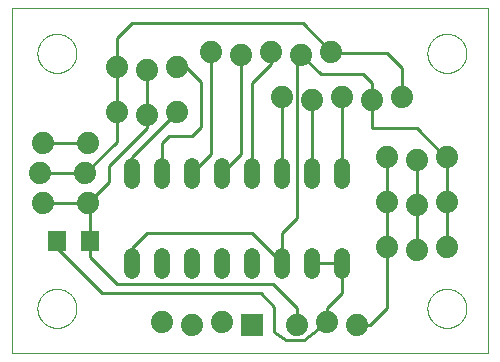
<source format=gtl>
G75*
%MOIN*%
%OFA0B0*%
%FSLAX25Y25*%
%IPPOS*%
%LPD*%
%AMOC8*
5,1,8,0,0,1.08239X$1,22.5*
%
%ADD10C,0.00000*%
%ADD11C,0.07400*%
%ADD12R,0.07400X0.07400*%
%ADD13C,0.05200*%
%ADD14R,0.06299X0.07087*%
%ADD15C,0.01000*%
D10*
X0483333Y0001000D02*
X0483333Y0115961D01*
X0642034Y0115961D01*
X0642034Y0001000D01*
X0483333Y0001000D01*
X0491833Y0016000D02*
X0491835Y0016161D01*
X0491841Y0016321D01*
X0491851Y0016482D01*
X0491865Y0016642D01*
X0491883Y0016802D01*
X0491904Y0016961D01*
X0491930Y0017120D01*
X0491960Y0017278D01*
X0491993Y0017435D01*
X0492031Y0017592D01*
X0492072Y0017747D01*
X0492117Y0017901D01*
X0492166Y0018054D01*
X0492219Y0018206D01*
X0492275Y0018357D01*
X0492336Y0018506D01*
X0492399Y0018654D01*
X0492467Y0018800D01*
X0492538Y0018944D01*
X0492612Y0019086D01*
X0492690Y0019227D01*
X0492772Y0019365D01*
X0492857Y0019502D01*
X0492945Y0019636D01*
X0493037Y0019768D01*
X0493132Y0019898D01*
X0493230Y0020026D01*
X0493331Y0020151D01*
X0493435Y0020273D01*
X0493542Y0020393D01*
X0493652Y0020510D01*
X0493765Y0020625D01*
X0493881Y0020736D01*
X0494000Y0020845D01*
X0494121Y0020950D01*
X0494245Y0021053D01*
X0494371Y0021153D01*
X0494499Y0021249D01*
X0494630Y0021342D01*
X0494764Y0021432D01*
X0494899Y0021519D01*
X0495037Y0021602D01*
X0495176Y0021682D01*
X0495318Y0021758D01*
X0495461Y0021831D01*
X0495606Y0021900D01*
X0495753Y0021966D01*
X0495901Y0022028D01*
X0496051Y0022086D01*
X0496202Y0022141D01*
X0496355Y0022192D01*
X0496509Y0022239D01*
X0496664Y0022282D01*
X0496820Y0022321D01*
X0496976Y0022357D01*
X0497134Y0022388D01*
X0497292Y0022416D01*
X0497451Y0022440D01*
X0497611Y0022460D01*
X0497771Y0022476D01*
X0497931Y0022488D01*
X0498092Y0022496D01*
X0498253Y0022500D01*
X0498413Y0022500D01*
X0498574Y0022496D01*
X0498735Y0022488D01*
X0498895Y0022476D01*
X0499055Y0022460D01*
X0499215Y0022440D01*
X0499374Y0022416D01*
X0499532Y0022388D01*
X0499690Y0022357D01*
X0499846Y0022321D01*
X0500002Y0022282D01*
X0500157Y0022239D01*
X0500311Y0022192D01*
X0500464Y0022141D01*
X0500615Y0022086D01*
X0500765Y0022028D01*
X0500913Y0021966D01*
X0501060Y0021900D01*
X0501205Y0021831D01*
X0501348Y0021758D01*
X0501490Y0021682D01*
X0501629Y0021602D01*
X0501767Y0021519D01*
X0501902Y0021432D01*
X0502036Y0021342D01*
X0502167Y0021249D01*
X0502295Y0021153D01*
X0502421Y0021053D01*
X0502545Y0020950D01*
X0502666Y0020845D01*
X0502785Y0020736D01*
X0502901Y0020625D01*
X0503014Y0020510D01*
X0503124Y0020393D01*
X0503231Y0020273D01*
X0503335Y0020151D01*
X0503436Y0020026D01*
X0503534Y0019898D01*
X0503629Y0019768D01*
X0503721Y0019636D01*
X0503809Y0019502D01*
X0503894Y0019365D01*
X0503976Y0019227D01*
X0504054Y0019086D01*
X0504128Y0018944D01*
X0504199Y0018800D01*
X0504267Y0018654D01*
X0504330Y0018506D01*
X0504391Y0018357D01*
X0504447Y0018206D01*
X0504500Y0018054D01*
X0504549Y0017901D01*
X0504594Y0017747D01*
X0504635Y0017592D01*
X0504673Y0017435D01*
X0504706Y0017278D01*
X0504736Y0017120D01*
X0504762Y0016961D01*
X0504783Y0016802D01*
X0504801Y0016642D01*
X0504815Y0016482D01*
X0504825Y0016321D01*
X0504831Y0016161D01*
X0504833Y0016000D01*
X0504831Y0015839D01*
X0504825Y0015679D01*
X0504815Y0015518D01*
X0504801Y0015358D01*
X0504783Y0015198D01*
X0504762Y0015039D01*
X0504736Y0014880D01*
X0504706Y0014722D01*
X0504673Y0014565D01*
X0504635Y0014408D01*
X0504594Y0014253D01*
X0504549Y0014099D01*
X0504500Y0013946D01*
X0504447Y0013794D01*
X0504391Y0013643D01*
X0504330Y0013494D01*
X0504267Y0013346D01*
X0504199Y0013200D01*
X0504128Y0013056D01*
X0504054Y0012914D01*
X0503976Y0012773D01*
X0503894Y0012635D01*
X0503809Y0012498D01*
X0503721Y0012364D01*
X0503629Y0012232D01*
X0503534Y0012102D01*
X0503436Y0011974D01*
X0503335Y0011849D01*
X0503231Y0011727D01*
X0503124Y0011607D01*
X0503014Y0011490D01*
X0502901Y0011375D01*
X0502785Y0011264D01*
X0502666Y0011155D01*
X0502545Y0011050D01*
X0502421Y0010947D01*
X0502295Y0010847D01*
X0502167Y0010751D01*
X0502036Y0010658D01*
X0501902Y0010568D01*
X0501767Y0010481D01*
X0501629Y0010398D01*
X0501490Y0010318D01*
X0501348Y0010242D01*
X0501205Y0010169D01*
X0501060Y0010100D01*
X0500913Y0010034D01*
X0500765Y0009972D01*
X0500615Y0009914D01*
X0500464Y0009859D01*
X0500311Y0009808D01*
X0500157Y0009761D01*
X0500002Y0009718D01*
X0499846Y0009679D01*
X0499690Y0009643D01*
X0499532Y0009612D01*
X0499374Y0009584D01*
X0499215Y0009560D01*
X0499055Y0009540D01*
X0498895Y0009524D01*
X0498735Y0009512D01*
X0498574Y0009504D01*
X0498413Y0009500D01*
X0498253Y0009500D01*
X0498092Y0009504D01*
X0497931Y0009512D01*
X0497771Y0009524D01*
X0497611Y0009540D01*
X0497451Y0009560D01*
X0497292Y0009584D01*
X0497134Y0009612D01*
X0496976Y0009643D01*
X0496820Y0009679D01*
X0496664Y0009718D01*
X0496509Y0009761D01*
X0496355Y0009808D01*
X0496202Y0009859D01*
X0496051Y0009914D01*
X0495901Y0009972D01*
X0495753Y0010034D01*
X0495606Y0010100D01*
X0495461Y0010169D01*
X0495318Y0010242D01*
X0495176Y0010318D01*
X0495037Y0010398D01*
X0494899Y0010481D01*
X0494764Y0010568D01*
X0494630Y0010658D01*
X0494499Y0010751D01*
X0494371Y0010847D01*
X0494245Y0010947D01*
X0494121Y0011050D01*
X0494000Y0011155D01*
X0493881Y0011264D01*
X0493765Y0011375D01*
X0493652Y0011490D01*
X0493542Y0011607D01*
X0493435Y0011727D01*
X0493331Y0011849D01*
X0493230Y0011974D01*
X0493132Y0012102D01*
X0493037Y0012232D01*
X0492945Y0012364D01*
X0492857Y0012498D01*
X0492772Y0012635D01*
X0492690Y0012773D01*
X0492612Y0012914D01*
X0492538Y0013056D01*
X0492467Y0013200D01*
X0492399Y0013346D01*
X0492336Y0013494D01*
X0492275Y0013643D01*
X0492219Y0013794D01*
X0492166Y0013946D01*
X0492117Y0014099D01*
X0492072Y0014253D01*
X0492031Y0014408D01*
X0491993Y0014565D01*
X0491960Y0014722D01*
X0491930Y0014880D01*
X0491904Y0015039D01*
X0491883Y0015198D01*
X0491865Y0015358D01*
X0491851Y0015518D01*
X0491841Y0015679D01*
X0491835Y0015839D01*
X0491833Y0016000D01*
X0621833Y0016000D02*
X0621835Y0016161D01*
X0621841Y0016321D01*
X0621851Y0016482D01*
X0621865Y0016642D01*
X0621883Y0016802D01*
X0621904Y0016961D01*
X0621930Y0017120D01*
X0621960Y0017278D01*
X0621993Y0017435D01*
X0622031Y0017592D01*
X0622072Y0017747D01*
X0622117Y0017901D01*
X0622166Y0018054D01*
X0622219Y0018206D01*
X0622275Y0018357D01*
X0622336Y0018506D01*
X0622399Y0018654D01*
X0622467Y0018800D01*
X0622538Y0018944D01*
X0622612Y0019086D01*
X0622690Y0019227D01*
X0622772Y0019365D01*
X0622857Y0019502D01*
X0622945Y0019636D01*
X0623037Y0019768D01*
X0623132Y0019898D01*
X0623230Y0020026D01*
X0623331Y0020151D01*
X0623435Y0020273D01*
X0623542Y0020393D01*
X0623652Y0020510D01*
X0623765Y0020625D01*
X0623881Y0020736D01*
X0624000Y0020845D01*
X0624121Y0020950D01*
X0624245Y0021053D01*
X0624371Y0021153D01*
X0624499Y0021249D01*
X0624630Y0021342D01*
X0624764Y0021432D01*
X0624899Y0021519D01*
X0625037Y0021602D01*
X0625176Y0021682D01*
X0625318Y0021758D01*
X0625461Y0021831D01*
X0625606Y0021900D01*
X0625753Y0021966D01*
X0625901Y0022028D01*
X0626051Y0022086D01*
X0626202Y0022141D01*
X0626355Y0022192D01*
X0626509Y0022239D01*
X0626664Y0022282D01*
X0626820Y0022321D01*
X0626976Y0022357D01*
X0627134Y0022388D01*
X0627292Y0022416D01*
X0627451Y0022440D01*
X0627611Y0022460D01*
X0627771Y0022476D01*
X0627931Y0022488D01*
X0628092Y0022496D01*
X0628253Y0022500D01*
X0628413Y0022500D01*
X0628574Y0022496D01*
X0628735Y0022488D01*
X0628895Y0022476D01*
X0629055Y0022460D01*
X0629215Y0022440D01*
X0629374Y0022416D01*
X0629532Y0022388D01*
X0629690Y0022357D01*
X0629846Y0022321D01*
X0630002Y0022282D01*
X0630157Y0022239D01*
X0630311Y0022192D01*
X0630464Y0022141D01*
X0630615Y0022086D01*
X0630765Y0022028D01*
X0630913Y0021966D01*
X0631060Y0021900D01*
X0631205Y0021831D01*
X0631348Y0021758D01*
X0631490Y0021682D01*
X0631629Y0021602D01*
X0631767Y0021519D01*
X0631902Y0021432D01*
X0632036Y0021342D01*
X0632167Y0021249D01*
X0632295Y0021153D01*
X0632421Y0021053D01*
X0632545Y0020950D01*
X0632666Y0020845D01*
X0632785Y0020736D01*
X0632901Y0020625D01*
X0633014Y0020510D01*
X0633124Y0020393D01*
X0633231Y0020273D01*
X0633335Y0020151D01*
X0633436Y0020026D01*
X0633534Y0019898D01*
X0633629Y0019768D01*
X0633721Y0019636D01*
X0633809Y0019502D01*
X0633894Y0019365D01*
X0633976Y0019227D01*
X0634054Y0019086D01*
X0634128Y0018944D01*
X0634199Y0018800D01*
X0634267Y0018654D01*
X0634330Y0018506D01*
X0634391Y0018357D01*
X0634447Y0018206D01*
X0634500Y0018054D01*
X0634549Y0017901D01*
X0634594Y0017747D01*
X0634635Y0017592D01*
X0634673Y0017435D01*
X0634706Y0017278D01*
X0634736Y0017120D01*
X0634762Y0016961D01*
X0634783Y0016802D01*
X0634801Y0016642D01*
X0634815Y0016482D01*
X0634825Y0016321D01*
X0634831Y0016161D01*
X0634833Y0016000D01*
X0634831Y0015839D01*
X0634825Y0015679D01*
X0634815Y0015518D01*
X0634801Y0015358D01*
X0634783Y0015198D01*
X0634762Y0015039D01*
X0634736Y0014880D01*
X0634706Y0014722D01*
X0634673Y0014565D01*
X0634635Y0014408D01*
X0634594Y0014253D01*
X0634549Y0014099D01*
X0634500Y0013946D01*
X0634447Y0013794D01*
X0634391Y0013643D01*
X0634330Y0013494D01*
X0634267Y0013346D01*
X0634199Y0013200D01*
X0634128Y0013056D01*
X0634054Y0012914D01*
X0633976Y0012773D01*
X0633894Y0012635D01*
X0633809Y0012498D01*
X0633721Y0012364D01*
X0633629Y0012232D01*
X0633534Y0012102D01*
X0633436Y0011974D01*
X0633335Y0011849D01*
X0633231Y0011727D01*
X0633124Y0011607D01*
X0633014Y0011490D01*
X0632901Y0011375D01*
X0632785Y0011264D01*
X0632666Y0011155D01*
X0632545Y0011050D01*
X0632421Y0010947D01*
X0632295Y0010847D01*
X0632167Y0010751D01*
X0632036Y0010658D01*
X0631902Y0010568D01*
X0631767Y0010481D01*
X0631629Y0010398D01*
X0631490Y0010318D01*
X0631348Y0010242D01*
X0631205Y0010169D01*
X0631060Y0010100D01*
X0630913Y0010034D01*
X0630765Y0009972D01*
X0630615Y0009914D01*
X0630464Y0009859D01*
X0630311Y0009808D01*
X0630157Y0009761D01*
X0630002Y0009718D01*
X0629846Y0009679D01*
X0629690Y0009643D01*
X0629532Y0009612D01*
X0629374Y0009584D01*
X0629215Y0009560D01*
X0629055Y0009540D01*
X0628895Y0009524D01*
X0628735Y0009512D01*
X0628574Y0009504D01*
X0628413Y0009500D01*
X0628253Y0009500D01*
X0628092Y0009504D01*
X0627931Y0009512D01*
X0627771Y0009524D01*
X0627611Y0009540D01*
X0627451Y0009560D01*
X0627292Y0009584D01*
X0627134Y0009612D01*
X0626976Y0009643D01*
X0626820Y0009679D01*
X0626664Y0009718D01*
X0626509Y0009761D01*
X0626355Y0009808D01*
X0626202Y0009859D01*
X0626051Y0009914D01*
X0625901Y0009972D01*
X0625753Y0010034D01*
X0625606Y0010100D01*
X0625461Y0010169D01*
X0625318Y0010242D01*
X0625176Y0010318D01*
X0625037Y0010398D01*
X0624899Y0010481D01*
X0624764Y0010568D01*
X0624630Y0010658D01*
X0624499Y0010751D01*
X0624371Y0010847D01*
X0624245Y0010947D01*
X0624121Y0011050D01*
X0624000Y0011155D01*
X0623881Y0011264D01*
X0623765Y0011375D01*
X0623652Y0011490D01*
X0623542Y0011607D01*
X0623435Y0011727D01*
X0623331Y0011849D01*
X0623230Y0011974D01*
X0623132Y0012102D01*
X0623037Y0012232D01*
X0622945Y0012364D01*
X0622857Y0012498D01*
X0622772Y0012635D01*
X0622690Y0012773D01*
X0622612Y0012914D01*
X0622538Y0013056D01*
X0622467Y0013200D01*
X0622399Y0013346D01*
X0622336Y0013494D01*
X0622275Y0013643D01*
X0622219Y0013794D01*
X0622166Y0013946D01*
X0622117Y0014099D01*
X0622072Y0014253D01*
X0622031Y0014408D01*
X0621993Y0014565D01*
X0621960Y0014722D01*
X0621930Y0014880D01*
X0621904Y0015039D01*
X0621883Y0015198D01*
X0621865Y0015358D01*
X0621851Y0015518D01*
X0621841Y0015679D01*
X0621835Y0015839D01*
X0621833Y0016000D01*
X0621833Y0101000D02*
X0621835Y0101161D01*
X0621841Y0101321D01*
X0621851Y0101482D01*
X0621865Y0101642D01*
X0621883Y0101802D01*
X0621904Y0101961D01*
X0621930Y0102120D01*
X0621960Y0102278D01*
X0621993Y0102435D01*
X0622031Y0102592D01*
X0622072Y0102747D01*
X0622117Y0102901D01*
X0622166Y0103054D01*
X0622219Y0103206D01*
X0622275Y0103357D01*
X0622336Y0103506D01*
X0622399Y0103654D01*
X0622467Y0103800D01*
X0622538Y0103944D01*
X0622612Y0104086D01*
X0622690Y0104227D01*
X0622772Y0104365D01*
X0622857Y0104502D01*
X0622945Y0104636D01*
X0623037Y0104768D01*
X0623132Y0104898D01*
X0623230Y0105026D01*
X0623331Y0105151D01*
X0623435Y0105273D01*
X0623542Y0105393D01*
X0623652Y0105510D01*
X0623765Y0105625D01*
X0623881Y0105736D01*
X0624000Y0105845D01*
X0624121Y0105950D01*
X0624245Y0106053D01*
X0624371Y0106153D01*
X0624499Y0106249D01*
X0624630Y0106342D01*
X0624764Y0106432D01*
X0624899Y0106519D01*
X0625037Y0106602D01*
X0625176Y0106682D01*
X0625318Y0106758D01*
X0625461Y0106831D01*
X0625606Y0106900D01*
X0625753Y0106966D01*
X0625901Y0107028D01*
X0626051Y0107086D01*
X0626202Y0107141D01*
X0626355Y0107192D01*
X0626509Y0107239D01*
X0626664Y0107282D01*
X0626820Y0107321D01*
X0626976Y0107357D01*
X0627134Y0107388D01*
X0627292Y0107416D01*
X0627451Y0107440D01*
X0627611Y0107460D01*
X0627771Y0107476D01*
X0627931Y0107488D01*
X0628092Y0107496D01*
X0628253Y0107500D01*
X0628413Y0107500D01*
X0628574Y0107496D01*
X0628735Y0107488D01*
X0628895Y0107476D01*
X0629055Y0107460D01*
X0629215Y0107440D01*
X0629374Y0107416D01*
X0629532Y0107388D01*
X0629690Y0107357D01*
X0629846Y0107321D01*
X0630002Y0107282D01*
X0630157Y0107239D01*
X0630311Y0107192D01*
X0630464Y0107141D01*
X0630615Y0107086D01*
X0630765Y0107028D01*
X0630913Y0106966D01*
X0631060Y0106900D01*
X0631205Y0106831D01*
X0631348Y0106758D01*
X0631490Y0106682D01*
X0631629Y0106602D01*
X0631767Y0106519D01*
X0631902Y0106432D01*
X0632036Y0106342D01*
X0632167Y0106249D01*
X0632295Y0106153D01*
X0632421Y0106053D01*
X0632545Y0105950D01*
X0632666Y0105845D01*
X0632785Y0105736D01*
X0632901Y0105625D01*
X0633014Y0105510D01*
X0633124Y0105393D01*
X0633231Y0105273D01*
X0633335Y0105151D01*
X0633436Y0105026D01*
X0633534Y0104898D01*
X0633629Y0104768D01*
X0633721Y0104636D01*
X0633809Y0104502D01*
X0633894Y0104365D01*
X0633976Y0104227D01*
X0634054Y0104086D01*
X0634128Y0103944D01*
X0634199Y0103800D01*
X0634267Y0103654D01*
X0634330Y0103506D01*
X0634391Y0103357D01*
X0634447Y0103206D01*
X0634500Y0103054D01*
X0634549Y0102901D01*
X0634594Y0102747D01*
X0634635Y0102592D01*
X0634673Y0102435D01*
X0634706Y0102278D01*
X0634736Y0102120D01*
X0634762Y0101961D01*
X0634783Y0101802D01*
X0634801Y0101642D01*
X0634815Y0101482D01*
X0634825Y0101321D01*
X0634831Y0101161D01*
X0634833Y0101000D01*
X0634831Y0100839D01*
X0634825Y0100679D01*
X0634815Y0100518D01*
X0634801Y0100358D01*
X0634783Y0100198D01*
X0634762Y0100039D01*
X0634736Y0099880D01*
X0634706Y0099722D01*
X0634673Y0099565D01*
X0634635Y0099408D01*
X0634594Y0099253D01*
X0634549Y0099099D01*
X0634500Y0098946D01*
X0634447Y0098794D01*
X0634391Y0098643D01*
X0634330Y0098494D01*
X0634267Y0098346D01*
X0634199Y0098200D01*
X0634128Y0098056D01*
X0634054Y0097914D01*
X0633976Y0097773D01*
X0633894Y0097635D01*
X0633809Y0097498D01*
X0633721Y0097364D01*
X0633629Y0097232D01*
X0633534Y0097102D01*
X0633436Y0096974D01*
X0633335Y0096849D01*
X0633231Y0096727D01*
X0633124Y0096607D01*
X0633014Y0096490D01*
X0632901Y0096375D01*
X0632785Y0096264D01*
X0632666Y0096155D01*
X0632545Y0096050D01*
X0632421Y0095947D01*
X0632295Y0095847D01*
X0632167Y0095751D01*
X0632036Y0095658D01*
X0631902Y0095568D01*
X0631767Y0095481D01*
X0631629Y0095398D01*
X0631490Y0095318D01*
X0631348Y0095242D01*
X0631205Y0095169D01*
X0631060Y0095100D01*
X0630913Y0095034D01*
X0630765Y0094972D01*
X0630615Y0094914D01*
X0630464Y0094859D01*
X0630311Y0094808D01*
X0630157Y0094761D01*
X0630002Y0094718D01*
X0629846Y0094679D01*
X0629690Y0094643D01*
X0629532Y0094612D01*
X0629374Y0094584D01*
X0629215Y0094560D01*
X0629055Y0094540D01*
X0628895Y0094524D01*
X0628735Y0094512D01*
X0628574Y0094504D01*
X0628413Y0094500D01*
X0628253Y0094500D01*
X0628092Y0094504D01*
X0627931Y0094512D01*
X0627771Y0094524D01*
X0627611Y0094540D01*
X0627451Y0094560D01*
X0627292Y0094584D01*
X0627134Y0094612D01*
X0626976Y0094643D01*
X0626820Y0094679D01*
X0626664Y0094718D01*
X0626509Y0094761D01*
X0626355Y0094808D01*
X0626202Y0094859D01*
X0626051Y0094914D01*
X0625901Y0094972D01*
X0625753Y0095034D01*
X0625606Y0095100D01*
X0625461Y0095169D01*
X0625318Y0095242D01*
X0625176Y0095318D01*
X0625037Y0095398D01*
X0624899Y0095481D01*
X0624764Y0095568D01*
X0624630Y0095658D01*
X0624499Y0095751D01*
X0624371Y0095847D01*
X0624245Y0095947D01*
X0624121Y0096050D01*
X0624000Y0096155D01*
X0623881Y0096264D01*
X0623765Y0096375D01*
X0623652Y0096490D01*
X0623542Y0096607D01*
X0623435Y0096727D01*
X0623331Y0096849D01*
X0623230Y0096974D01*
X0623132Y0097102D01*
X0623037Y0097232D01*
X0622945Y0097364D01*
X0622857Y0097498D01*
X0622772Y0097635D01*
X0622690Y0097773D01*
X0622612Y0097914D01*
X0622538Y0098056D01*
X0622467Y0098200D01*
X0622399Y0098346D01*
X0622336Y0098494D01*
X0622275Y0098643D01*
X0622219Y0098794D01*
X0622166Y0098946D01*
X0622117Y0099099D01*
X0622072Y0099253D01*
X0622031Y0099408D01*
X0621993Y0099565D01*
X0621960Y0099722D01*
X0621930Y0099880D01*
X0621904Y0100039D01*
X0621883Y0100198D01*
X0621865Y0100358D01*
X0621851Y0100518D01*
X0621841Y0100679D01*
X0621835Y0100839D01*
X0621833Y0101000D01*
X0491833Y0101000D02*
X0491835Y0101161D01*
X0491841Y0101321D01*
X0491851Y0101482D01*
X0491865Y0101642D01*
X0491883Y0101802D01*
X0491904Y0101961D01*
X0491930Y0102120D01*
X0491960Y0102278D01*
X0491993Y0102435D01*
X0492031Y0102592D01*
X0492072Y0102747D01*
X0492117Y0102901D01*
X0492166Y0103054D01*
X0492219Y0103206D01*
X0492275Y0103357D01*
X0492336Y0103506D01*
X0492399Y0103654D01*
X0492467Y0103800D01*
X0492538Y0103944D01*
X0492612Y0104086D01*
X0492690Y0104227D01*
X0492772Y0104365D01*
X0492857Y0104502D01*
X0492945Y0104636D01*
X0493037Y0104768D01*
X0493132Y0104898D01*
X0493230Y0105026D01*
X0493331Y0105151D01*
X0493435Y0105273D01*
X0493542Y0105393D01*
X0493652Y0105510D01*
X0493765Y0105625D01*
X0493881Y0105736D01*
X0494000Y0105845D01*
X0494121Y0105950D01*
X0494245Y0106053D01*
X0494371Y0106153D01*
X0494499Y0106249D01*
X0494630Y0106342D01*
X0494764Y0106432D01*
X0494899Y0106519D01*
X0495037Y0106602D01*
X0495176Y0106682D01*
X0495318Y0106758D01*
X0495461Y0106831D01*
X0495606Y0106900D01*
X0495753Y0106966D01*
X0495901Y0107028D01*
X0496051Y0107086D01*
X0496202Y0107141D01*
X0496355Y0107192D01*
X0496509Y0107239D01*
X0496664Y0107282D01*
X0496820Y0107321D01*
X0496976Y0107357D01*
X0497134Y0107388D01*
X0497292Y0107416D01*
X0497451Y0107440D01*
X0497611Y0107460D01*
X0497771Y0107476D01*
X0497931Y0107488D01*
X0498092Y0107496D01*
X0498253Y0107500D01*
X0498413Y0107500D01*
X0498574Y0107496D01*
X0498735Y0107488D01*
X0498895Y0107476D01*
X0499055Y0107460D01*
X0499215Y0107440D01*
X0499374Y0107416D01*
X0499532Y0107388D01*
X0499690Y0107357D01*
X0499846Y0107321D01*
X0500002Y0107282D01*
X0500157Y0107239D01*
X0500311Y0107192D01*
X0500464Y0107141D01*
X0500615Y0107086D01*
X0500765Y0107028D01*
X0500913Y0106966D01*
X0501060Y0106900D01*
X0501205Y0106831D01*
X0501348Y0106758D01*
X0501490Y0106682D01*
X0501629Y0106602D01*
X0501767Y0106519D01*
X0501902Y0106432D01*
X0502036Y0106342D01*
X0502167Y0106249D01*
X0502295Y0106153D01*
X0502421Y0106053D01*
X0502545Y0105950D01*
X0502666Y0105845D01*
X0502785Y0105736D01*
X0502901Y0105625D01*
X0503014Y0105510D01*
X0503124Y0105393D01*
X0503231Y0105273D01*
X0503335Y0105151D01*
X0503436Y0105026D01*
X0503534Y0104898D01*
X0503629Y0104768D01*
X0503721Y0104636D01*
X0503809Y0104502D01*
X0503894Y0104365D01*
X0503976Y0104227D01*
X0504054Y0104086D01*
X0504128Y0103944D01*
X0504199Y0103800D01*
X0504267Y0103654D01*
X0504330Y0103506D01*
X0504391Y0103357D01*
X0504447Y0103206D01*
X0504500Y0103054D01*
X0504549Y0102901D01*
X0504594Y0102747D01*
X0504635Y0102592D01*
X0504673Y0102435D01*
X0504706Y0102278D01*
X0504736Y0102120D01*
X0504762Y0101961D01*
X0504783Y0101802D01*
X0504801Y0101642D01*
X0504815Y0101482D01*
X0504825Y0101321D01*
X0504831Y0101161D01*
X0504833Y0101000D01*
X0504831Y0100839D01*
X0504825Y0100679D01*
X0504815Y0100518D01*
X0504801Y0100358D01*
X0504783Y0100198D01*
X0504762Y0100039D01*
X0504736Y0099880D01*
X0504706Y0099722D01*
X0504673Y0099565D01*
X0504635Y0099408D01*
X0504594Y0099253D01*
X0504549Y0099099D01*
X0504500Y0098946D01*
X0504447Y0098794D01*
X0504391Y0098643D01*
X0504330Y0098494D01*
X0504267Y0098346D01*
X0504199Y0098200D01*
X0504128Y0098056D01*
X0504054Y0097914D01*
X0503976Y0097773D01*
X0503894Y0097635D01*
X0503809Y0097498D01*
X0503721Y0097364D01*
X0503629Y0097232D01*
X0503534Y0097102D01*
X0503436Y0096974D01*
X0503335Y0096849D01*
X0503231Y0096727D01*
X0503124Y0096607D01*
X0503014Y0096490D01*
X0502901Y0096375D01*
X0502785Y0096264D01*
X0502666Y0096155D01*
X0502545Y0096050D01*
X0502421Y0095947D01*
X0502295Y0095847D01*
X0502167Y0095751D01*
X0502036Y0095658D01*
X0501902Y0095568D01*
X0501767Y0095481D01*
X0501629Y0095398D01*
X0501490Y0095318D01*
X0501348Y0095242D01*
X0501205Y0095169D01*
X0501060Y0095100D01*
X0500913Y0095034D01*
X0500765Y0094972D01*
X0500615Y0094914D01*
X0500464Y0094859D01*
X0500311Y0094808D01*
X0500157Y0094761D01*
X0500002Y0094718D01*
X0499846Y0094679D01*
X0499690Y0094643D01*
X0499532Y0094612D01*
X0499374Y0094584D01*
X0499215Y0094560D01*
X0499055Y0094540D01*
X0498895Y0094524D01*
X0498735Y0094512D01*
X0498574Y0094504D01*
X0498413Y0094500D01*
X0498253Y0094500D01*
X0498092Y0094504D01*
X0497931Y0094512D01*
X0497771Y0094524D01*
X0497611Y0094540D01*
X0497451Y0094560D01*
X0497292Y0094584D01*
X0497134Y0094612D01*
X0496976Y0094643D01*
X0496820Y0094679D01*
X0496664Y0094718D01*
X0496509Y0094761D01*
X0496355Y0094808D01*
X0496202Y0094859D01*
X0496051Y0094914D01*
X0495901Y0094972D01*
X0495753Y0095034D01*
X0495606Y0095100D01*
X0495461Y0095169D01*
X0495318Y0095242D01*
X0495176Y0095318D01*
X0495037Y0095398D01*
X0494899Y0095481D01*
X0494764Y0095568D01*
X0494630Y0095658D01*
X0494499Y0095751D01*
X0494371Y0095847D01*
X0494245Y0095947D01*
X0494121Y0096050D01*
X0494000Y0096155D01*
X0493881Y0096264D01*
X0493765Y0096375D01*
X0493652Y0096490D01*
X0493542Y0096607D01*
X0493435Y0096727D01*
X0493331Y0096849D01*
X0493230Y0096974D01*
X0493132Y0097102D01*
X0493037Y0097232D01*
X0492945Y0097364D01*
X0492857Y0097498D01*
X0492772Y0097635D01*
X0492690Y0097773D01*
X0492612Y0097914D01*
X0492538Y0098056D01*
X0492467Y0098200D01*
X0492399Y0098346D01*
X0492336Y0098494D01*
X0492275Y0098643D01*
X0492219Y0098794D01*
X0492166Y0098946D01*
X0492117Y0099099D01*
X0492072Y0099253D01*
X0492031Y0099408D01*
X0491993Y0099565D01*
X0491960Y0099722D01*
X0491930Y0099880D01*
X0491904Y0100039D01*
X0491883Y0100198D01*
X0491865Y0100358D01*
X0491851Y0100518D01*
X0491841Y0100679D01*
X0491835Y0100839D01*
X0491833Y0101000D01*
D11*
X0518333Y0096500D03*
X0528333Y0095500D03*
X0538333Y0096500D03*
X0549833Y0101500D03*
X0559833Y0100500D03*
X0569833Y0101500D03*
X0579833Y0100500D03*
X0589833Y0101500D03*
X0593333Y0086500D03*
X0603333Y0085500D03*
X0613333Y0086500D03*
X0583333Y0085500D03*
X0573333Y0086500D03*
X0538333Y0081500D03*
X0528333Y0080500D03*
X0518333Y0081500D03*
X0508833Y0071000D03*
X0493833Y0071000D03*
X0492833Y0061000D03*
X0507833Y0061000D03*
X0508833Y0051000D03*
X0493833Y0051000D03*
X0608333Y0051500D03*
X0618333Y0050500D03*
X0628333Y0051500D03*
X0628333Y0066500D03*
X0618333Y0065500D03*
X0608333Y0066500D03*
X0608333Y0036500D03*
X0618333Y0035500D03*
X0628333Y0036500D03*
X0588333Y0011500D03*
X0578333Y0010500D03*
X0553333Y0011500D03*
X0543333Y0010500D03*
X0533333Y0011500D03*
X0598333Y0010500D03*
D12*
X0563333Y0010500D03*
D13*
X0563333Y0028400D02*
X0563333Y0033600D01*
X0553333Y0033600D02*
X0553333Y0028400D01*
X0543333Y0028400D02*
X0543333Y0033600D01*
X0533333Y0033600D02*
X0533333Y0028400D01*
X0523333Y0028400D02*
X0523333Y0033600D01*
X0573333Y0033600D02*
X0573333Y0028400D01*
X0583333Y0028400D02*
X0583333Y0033600D01*
X0593333Y0033600D02*
X0593333Y0028400D01*
X0593333Y0058400D02*
X0593333Y0063600D01*
X0583333Y0063600D02*
X0583333Y0058400D01*
X0573333Y0058400D02*
X0573333Y0063600D01*
X0563333Y0063600D02*
X0563333Y0058400D01*
X0553333Y0058400D02*
X0553333Y0063600D01*
X0543333Y0063600D02*
X0543333Y0058400D01*
X0533333Y0058400D02*
X0533333Y0063600D01*
X0523333Y0063600D02*
X0523333Y0058400D01*
D14*
X0509345Y0038500D03*
X0498322Y0038500D03*
D15*
X0498322Y0036012D01*
X0513333Y0021000D01*
X0566333Y0021000D01*
X0570833Y0016500D01*
X0570833Y0008000D01*
X0574833Y0005500D01*
X0580833Y0005500D01*
X0588333Y0011500D01*
X0588333Y0016000D01*
X0593333Y0021000D01*
X0593333Y0031000D01*
X0583333Y0031000D01*
X0573333Y0031000D02*
X0573333Y0041000D01*
X0578333Y0046000D01*
X0578333Y0099000D01*
X0579833Y0100500D01*
X0586333Y0094000D01*
X0600333Y0094000D01*
X0603333Y0091000D01*
X0603333Y0085500D01*
X0603333Y0076000D01*
X0618333Y0076000D01*
X0627833Y0066500D01*
X0628333Y0066500D01*
X0628333Y0051500D01*
X0628333Y0036500D01*
X0618333Y0035500D02*
X0618333Y0050500D01*
X0618333Y0065500D01*
X0608333Y0066500D02*
X0608333Y0051500D01*
X0608333Y0036500D01*
X0608333Y0016000D01*
X0602833Y0010500D01*
X0598333Y0010500D01*
X0578333Y0010500D02*
X0578333Y0016000D01*
X0570333Y0024000D01*
X0518333Y0024000D01*
X0509345Y0032988D01*
X0509345Y0038500D01*
X0509345Y0050488D01*
X0508833Y0051000D01*
X0515833Y0058000D01*
X0515833Y0063500D01*
X0528333Y0076000D01*
X0528333Y0080500D01*
X0528333Y0095500D01*
X0538333Y0096500D02*
X0541333Y0096500D01*
X0546333Y0091500D01*
X0546333Y0076500D01*
X0543333Y0073500D01*
X0535833Y0073500D01*
X0533333Y0071000D01*
X0533333Y0061000D01*
X0523333Y0061000D02*
X0523333Y0066500D01*
X0538333Y0081500D01*
X0518333Y0081500D02*
X0518333Y0071500D01*
X0507833Y0061000D01*
X0492833Y0061000D01*
X0493833Y0071000D02*
X0508833Y0071000D01*
X0543333Y0061000D02*
X0549833Y0067500D01*
X0549833Y0101500D01*
X0559833Y0100500D02*
X0559833Y0067500D01*
X0553333Y0061000D01*
X0563333Y0061000D02*
X0563333Y0091000D01*
X0569833Y0097500D01*
X0569833Y0101500D01*
X0580333Y0111000D02*
X0589833Y0101500D01*
X0590333Y0101000D01*
X0608333Y0101000D01*
X0613333Y0096000D01*
X0613333Y0086500D01*
X0593333Y0086500D02*
X0593333Y0061000D01*
X0583333Y0061000D02*
X0583333Y0085500D01*
X0573333Y0086500D02*
X0573333Y0061000D01*
X0508833Y0051000D02*
X0508333Y0050500D01*
X0508833Y0051000D02*
X0493833Y0051000D01*
X0523333Y0036000D02*
X0528333Y0041000D01*
X0563333Y0041000D01*
X0573333Y0031000D01*
X0523333Y0031000D02*
X0523333Y0036000D01*
X0518333Y0081500D02*
X0518333Y0096500D01*
X0518333Y0106000D01*
X0523333Y0111000D01*
X0580333Y0111000D01*
M02*

</source>
